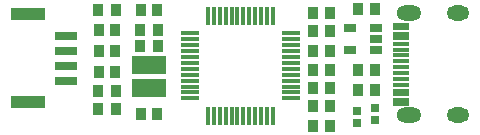
<source format=gts>
G04 Layer: TopSolderMaskLayer*
G04 EasyEDA Pro v2.0.15, 2023-03-15 12:21:30*
G04 Gerber Generator version 0.3*
G04 Scale: 100 percent, Rotated: No, Reflected: No*
G04 Dimensions in millimeters*
G04 Leading zeros omitted, absolute positions, 3 integers and 3 decimals*
%FSLAX33Y33*%
%MOMM*%
%AMRoundRect*1,1,$1,$2,$3*1,1,$1,$4,$5*1,1,$1,0-$2,0-$3*1,1,$1,0-$4,0-$5*20,1,$1,$2,$3,$4,$5,0*20,1,$1,$4,$5,0-$2,0-$3,0*20,1,$1,0-$2,0-$3,0-$4,0-$5,0*20,1,$1,0-$4,0-$5,$2,$3,0*4,1,4,$2,$3,$4,$5,0-$2,0-$3,0-$4,0-$5,$2,$3,0*%
%ADD10RoundRect,0.1016X-0.403238X0.432003X0.403238X0.432003*%
%ADD11RoundRect,0.1016X-0.399999X0.449999X0.399999X0.449999*%
%ADD12RoundRect,0.1016X0.403238X-0.432003X-0.403238X-0.432003*%
%ADD13RoundRect,0.1016X0.399999X-0.449999X-0.399999X-0.449999*%
%ADD14RoundRect,0.100025X-0.849998X-0.299999X-0.849998X0.299999*%
%ADD15RoundRect,0.100025X-1.349997X-0.499999X-1.349997X0.499999*%
%ADD16RoundRect,0.1X-0.649999X-0.15X-0.649999X0.15*%
%ADD17O,1.901596X1.301598*%
%ADD18O,2.101596X1.301598*%
%ADD19RoundRect,0.1016X-0.270002X-0.318237X-0.270002X0.318237*%
%ADD20O,1.600022X0.370027*%
%ADD21O,0.370027X1.600022*%
%ADD22RoundRect,0.1016X0.270002X0.318237X0.270002X-0.318237*%
%ADD23RoundRect,0.100025X-0.499999X-0.299999X-0.499999X0.299999*%
%ADD24RoundRect,0.1016X1.349997X0.749999X1.349997X-0.749998*%
G75*


G04 Pad Start*
G54D10*
G01X25010Y-23114D03*
G01X23504Y-23114D03*
G54D11*
G01X21401Y-24892D03*
G01X20001Y-24892D03*
G01X21401Y-26670D03*
G01X20001Y-26670D03*
G54D12*
G01X19948Y-21463D03*
G01X21454Y-21463D03*
G54D11*
G01X21401Y-23114D03*
G01X20001Y-23114D03*
G54D12*
G01X19948Y-28321D03*
G01X21454Y-28321D03*
G54D10*
G01X21454Y-29845D03*
G01X19948Y-29845D03*
G01X39615Y-23241D03*
G01X38109Y-23241D03*
G54D12*
G01X38109Y-29591D03*
G01X39615Y-29591D03*
G54D11*
G01X24957Y-21463D03*
G01X23557Y-21463D03*
G54D13*
G01X38162Y-24892D03*
G01X39562Y-24892D03*
G54D11*
G01X24957Y-30226D03*
G01X23557Y-30226D03*
G54D13*
G01X38162Y-31242D03*
G01X39562Y-31242D03*
G54D14*
G01X17222Y-27402D03*
G01X17222Y-26152D03*
G01X17222Y-24902D03*
G01X17222Y-23652D03*
G54D15*
G01X14020Y-29252D03*
G01X14020Y-21802D03*
G54D16*
G01X45591Y-29385D03*
G01X45591Y-29085D03*
G01X45591Y-28585D03*
G01X45591Y-28285D03*
G01X45591Y-27785D03*
G01X45591Y-27285D03*
G01X45591Y-26785D03*
G01X45591Y-26285D03*
G01X45591Y-25785D03*
G01X45591Y-25285D03*
G01X45591Y-24285D03*
G01X45591Y-23785D03*
G01X45591Y-23485D03*
G01X45591Y-22985D03*
G01X45591Y-22685D03*
G01X45591Y-24785D03*
G54D17*
G01X50421Y-30355D03*
G01X50421Y-21715D03*
G54D18*
G01X46241Y-21715D03*
G01X46241Y-30355D03*
G54D19*
G01X43434Y-30734D03*
G01X43434Y-29718D03*
G54D10*
G01X25010Y-24511D03*
G01X23504Y-24511D03*
G01X39615Y-26543D03*
G01X38109Y-26543D03*
G54D20*
G01X27754Y-23412D03*
G01X27754Y-23912D03*
G01X27754Y-24412D03*
G01X27754Y-24912D03*
G01X27754Y-25412D03*
G01X27754Y-25912D03*
G01X27754Y-26412D03*
G01X27754Y-26912D03*
G01X27754Y-27412D03*
G01X27754Y-27912D03*
G01X27754Y-28412D03*
G01X27754Y-28912D03*
G54D21*
G01X29254Y-30412D03*
G01X29754Y-30412D03*
G01X30254Y-30412D03*
G01X30754Y-30412D03*
G01X31254Y-30412D03*
G01X31754Y-30412D03*
G01X32254Y-30412D03*
G01X32754Y-30412D03*
G01X33254Y-30412D03*
G01X33754Y-30412D03*
G01X34254Y-30412D03*
G01X34754Y-30412D03*
G54D20*
G01X36254Y-28912D03*
G01X36254Y-28412D03*
G01X36254Y-27912D03*
G01X36254Y-27412D03*
G01X36254Y-26912D03*
G01X36254Y-26412D03*
G01X36254Y-25912D03*
G01X36254Y-25412D03*
G01X36254Y-24912D03*
G01X36254Y-24412D03*
G01X36254Y-23912D03*
G01X36254Y-23412D03*
G54D21*
G01X34754Y-21912D03*
G01X34254Y-21912D03*
G01X33754Y-21912D03*
G01X33254Y-21912D03*
G01X32754Y-21912D03*
G01X32254Y-21912D03*
G01X31754Y-21912D03*
G01X31254Y-21912D03*
G01X30754Y-21912D03*
G01X30254Y-21912D03*
G01X29754Y-21912D03*
G01X29254Y-21912D03*
G54D12*
G01X38109Y-21717D03*
G01X39615Y-21717D03*
G54D10*
G01X43425Y-28194D03*
G01X41919Y-28194D03*
G01X39615Y-28067D03*
G01X38109Y-28067D03*
G54D22*
G01X41910Y-29972D03*
G01X41910Y-30988D03*
G54D13*
G01X41972Y-26543D03*
G01X43372Y-26543D03*
G54D11*
G01X43372Y-21336D03*
G01X41972Y-21336D03*
G54D23*
G01X43518Y-23876D03*
G01X43518Y-22926D03*
G01X43518Y-24826D03*
G01X41318Y-22926D03*
G01X41318Y-24826D03*
G54D24*
G01X24257Y-28001D03*
G01X24257Y-26101D03*
G04 Pad End*

M02*

</source>
